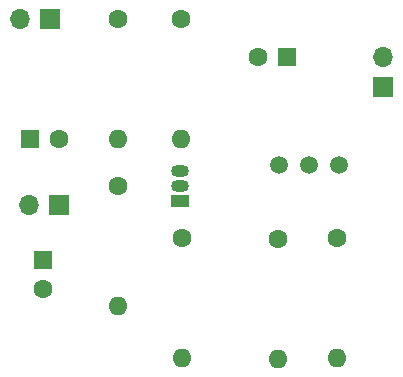
<source format=gbr>
%TF.GenerationSoftware,KiCad,Pcbnew,8.0.5*%
%TF.CreationDate,2024-10-06T10:48:52-05:00*%
%TF.ProjectId,amplificador,616d706c-6966-4696-9361-646f722e6b69,rev?*%
%TF.SameCoordinates,Original*%
%TF.FileFunction,Soldermask,Top*%
%TF.FilePolarity,Negative*%
%FSLAX46Y46*%
G04 Gerber Fmt 4.6, Leading zero omitted, Abs format (unit mm)*
G04 Created by KiCad (PCBNEW 8.0.5) date 2024-10-06 10:48:52*
%MOMM*%
%LPD*%
G01*
G04 APERTURE LIST*
%ADD10C,1.512000*%
%ADD11R,1.700000X1.700000*%
%ADD12O,1.700000X1.700000*%
%ADD13C,1.600000*%
%ADD14O,1.600000X1.600000*%
%ADD15R,1.600000X1.600000*%
%ADD16R,1.500000X1.050000*%
%ADD17O,1.500000X1.050000*%
G04 APERTURE END LIST*
D10*
%TO.C,S1*%
X208030000Y-93600000D03*
X210570000Y-93600000D03*
X205490000Y-93600000D03*
%TD*%
D11*
%TO.C,J3*%
X214350000Y-86995000D03*
D12*
X214350000Y-84455000D03*
%TD*%
D11*
%TO.C,J2*%
X186835000Y-97030000D03*
D12*
X184295000Y-97030000D03*
%TD*%
D11*
%TO.C,J1*%
X186085000Y-81240000D03*
D12*
X183545000Y-81240000D03*
%TD*%
D13*
%TO.C,R6*%
X210380000Y-99820000D03*
D14*
X210380000Y-109980000D03*
%TD*%
D13*
%TO.C,R5*%
X205390000Y-99830000D03*
D14*
X205390000Y-109990000D03*
%TD*%
D13*
%TO.C,R4*%
X197300000Y-99820000D03*
D14*
X197300000Y-109980000D03*
%TD*%
D13*
%TO.C,R3*%
X197200000Y-81220000D03*
D14*
X197200000Y-91380000D03*
%TD*%
D13*
%TO.C,R2*%
X191900000Y-95400000D03*
D14*
X191900000Y-105560000D03*
%TD*%
D13*
%TO.C,R1*%
X191900000Y-81220000D03*
D14*
X191900000Y-91380000D03*
%TD*%
D15*
%TO.C,C3*%
X206202380Y-84480000D03*
D13*
X203702380Y-84480000D03*
%TD*%
D15*
%TO.C,C2*%
X185500000Y-101617621D03*
D13*
X185500000Y-104117621D03*
%TD*%
D15*
%TO.C,C1*%
X184400000Y-91400000D03*
D13*
X186900000Y-91400000D03*
%TD*%
D16*
%TO.C,Q1*%
X197160000Y-96670000D03*
D17*
X197160000Y-95400000D03*
X197160000Y-94130000D03*
%TD*%
M02*

</source>
